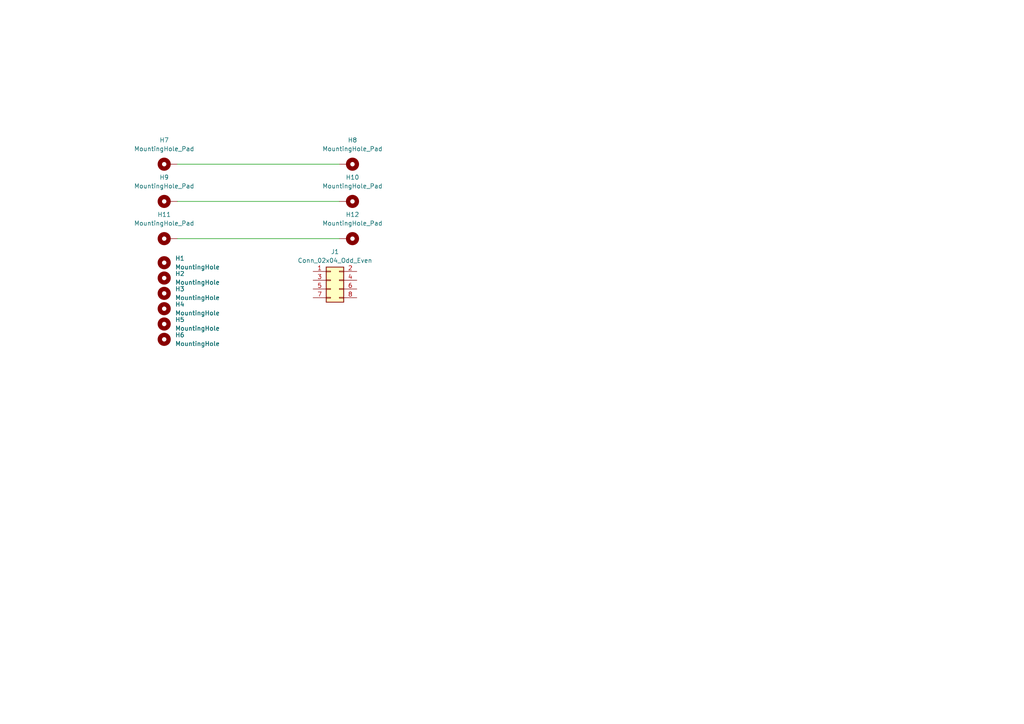
<source format=kicad_sch>
(kicad_sch (version 20231120) (generator "eeschema") (generator_version "8.0")
  (paper "A4")
  (lib_symbols
    (symbol "Connector_Generic:Conn_02x04_Odd_Even" (pin_names (offset 1.016) hide)
      (property "Reference" "J" (at 1.27 5.08 0))
      (property "Value" "Conn_02x04_Odd_Even" (at 1.27 -7.62 0))
      (symbol "Conn_02x04_Odd_Even_1_1"
        (rectangle (start -1.27 -4.953) (end 0 -5.207) (stroke (width 0.1524)))
        (rectangle (start -1.27 -2.413) (end 0 -2.667) (stroke (width 0.1524)))
        (rectangle (start -1.27 0.127) (end 0 -0.127) (stroke (width 0.1524)))
        (rectangle (start -1.27 2.667) (end 0 2.413) (stroke (width 0.1524)))
        (rectangle (start -1.27 3.81) (end 3.81 -6.35) (stroke (width 0.254)) (fill (type background)))
        (rectangle (start 3.81 -4.953) (end 2.54 -5.207) (stroke (width 0.1524)))
        (rectangle (start 3.81 -2.413) (end 2.54 -2.667) (stroke (width 0.1524)))
        (rectangle (start 3.81 0.127) (end 2.54 -0.127) (stroke (width 0.1524)))
        (rectangle (start 3.81 2.667) (end 2.54 2.413) (stroke (width 0.1524)))
        (pin passive line (at -5.08 2.54 0) (length 3.81) (name "Pin_1") (number "1"))
        (pin passive line (at 7.62 2.54 180) (length 3.81) (name "Pin_2") (number "2"))
        (pin passive line (at -5.08 0 0) (length 3.81) (name "Pin_3") (number "3"))
        (pin passive line (at 7.62 0 180) (length 3.81) (name "Pin_4") (number "4"))
        (pin passive line (at -5.08 -2.54 0) (length 3.81) (name "Pin_5") (number "5"))
        (pin passive line (at 7.62 -2.54 180) (length 3.81) (name "Pin_6") (number "6"))
        (pin passive line (at -5.08 -5.08 0) (length 3.81) (name "Pin_7") (number "7"))
        (pin passive line (at 7.62 -5.08 180) (length 3.81) (name "Pin_8") (number "8"))
      )
    )
    (symbol "Mechanical:MountingHole" (pin_names (offset 1.016)) (exclude_from_sim yes) (in_bom no)
      (property "Reference" "H" (at 0 5.08 0))
      (property "Value" "MountingHole" (at 0 3.175 0))
      (symbol "MountingHole_0_1"
        (circle (center 0 0) (radius 1.27) (stroke (width 1.27)))
      )
    )
    (symbol "Mechanical:MountingHole_Pad" (pin_numbers hide) (pin_names (offset 1.016) hide) (exclude_from_sim yes) (in_bom no)
      (property "Reference" "H" (at 0 6.35 0))
      (property "Value" "MountingHole_Pad" (at 0 4.445 0))
      (symbol "MountingHole_Pad_0_1"
        (circle (center 0 1.27) (radius 1.27) (stroke (width 1.27)))
      )
      (symbol "MountingHole_Pad_1_1"
        (pin input line (at 0 -2.54 90) (length 2.54) (name "1") (number "1"))
      )
    )
  )
  (wire (pts (xy 51.435 47.625) (xy 98.425 47.625)))
  (wire (pts (xy 51.435 58.42) (xy 98.425 58.42)))
  (wire (pts (xy 51.435 69.215) (xy 98.425 69.215)))
  (symbol (lib_id "Mechanical:MountingHole") (at 47.625 85.09 0) (unit 1) (exclude_from_sim yes) (in_bom no)
    (property "Reference" "H3" (at 50.8 83.8199 0) (effects (justify left)))
    (property "Value" "MountingHole" (at 50.8 86.3599 0) (effects (justify left)))
    (property "Footprint" "MountingHole:MountingHole_3.2mm_M3" (effects (hide yes)))
    (property "Description" "Mounting Hole without connection" (effects (hide yes)))
  )
  (symbol (lib_id "Mechanical:MountingHole") (at 47.625 93.98 0) (unit 1) (exclude_from_sim yes) (in_bom no)
    (property "Reference" "H5" (at 50.8 92.7099 0) (effects (justify left)))
    (property "Value" "MountingHole" (at 50.8 95.2499 0) (effects (justify left)))
    (property "Footprint" "MountingHole:MountingHole_3.2mm_M3" (effects (hide yes)))
    (property "Description" "Mounting Hole without connection" (effects (hide yes)))
  )
  (symbol (lib_id "Mechanical:MountingHole") (at 47.625 80.645 0) (unit 1) (exclude_from_sim yes) (in_bom no)
    (property "Reference" "H2" (at 50.8 79.3749 0) (effects (justify left)))
    (property "Value" "MountingHole" (at 50.8 81.9149 0) (effects (justify left)))
    (property "Footprint" "MountingHole:MountingHole_3.2mm_M3" (effects (hide yes)))
    (property "Description" "Mounting Hole without connection" (effects (hide yes)))
  )
  (symbol (lib_id "Mechanical:MountingHole") (at 47.625 89.535 0) (unit 1) (exclude_from_sim yes) (in_bom no)
    (property "Reference" "H4" (at 50.8 88.2649 0) (effects (justify left)))
    (property "Value" "MountingHole" (at 50.8 90.8049 0) (effects (justify left)))
    (property "Footprint" "MountingHole:MountingHole_3.2mm_M3" (effects (hide yes)))
    (property "Description" "Mounting Hole without connection" (effects (hide yes)))
  )
  (symbol (lib_id "Mechanical:MountingHole") (at 47.625 76.2 0) (unit 1) (exclude_from_sim yes) (in_bom no)
    (property "Reference" "H1" (at 50.8 74.9299 0) (effects (justify left)))
    (property "Value" "MountingHole" (at 50.8 77.4699 0) (effects (justify left)))
    (property "Footprint" "MountingHole:MountingHole_3.2mm_M3" (effects (hide yes)))
    (property "Description" "Mounting Hole without connection" (effects (hide yes)))
  )
  (symbol (lib_id "Mechanical:MountingHole_Pad") (at 100.965 58.42 270) (mirror x) (unit 1) (exclude_from_sim yes) (in_bom no)
    (property "Reference" "H10" (at 102.235 51.435 90))
    (property "Value" "MountingHole_Pad" (at 102.235 53.975 90))
    (property "Footprint" "MountingHole:MountingHole_5.3mm_M5_DIN965_Pad" (effects (hide yes)))
    (property "Description" "Mounting Hole with connection" (effects (hide yes)))
  )
  (symbol (lib_id "Mechanical:MountingHole_Pad") (at 48.895 69.215 90) (unit 1) (exclude_from_sim yes) (in_bom no)
    (property "Reference" "H11" (at 47.625 62.23 90))
    (property "Value" "MountingHole_Pad" (at 47.625 64.77 90))
    (property "Footprint" "MountingHole:MountingHole_5.3mm_M5_DIN965_Pad" (effects (hide yes)))
    (property "Description" "Mounting Hole with connection" (effects (hide yes)))
  )
  (symbol (lib_id "Connector_Generic:Conn_02x04_Odd_Even") (at 95.885 81.28 0) (unit 1)
    (property "Reference" "J1" (at 97.155 73.025 0))
    (property "Value" "Conn_02x04_Odd_Even" (at 97.155 75.565 0))
    (property "Footprint" "009159008603906:009159008603906" (effects (hide yes)))
    (property "Description" "Generic connector, double row, 02x04, odd/even pin numbering scheme (row 1 odd numbers, row 2 even numbers), script generated (kicad-library-utils/schlib/autogen/connector/)" (effects (hide yes)))
  )
  (symbol (lib_id "Mechanical:MountingHole_Pad") (at 48.895 47.625 90) (unit 1) (exclude_from_sim yes) (in_bom no)
    (property "Reference" "H7" (at 47.625 40.64 90))
    (property "Value" "MountingHole_Pad" (at 47.625 43.18 90))
    (property "Footprint" "MountingHole:MountingHole_5.3mm_M5_DIN965_Pad" (effects (hide yes)))
    (property "Description" "Mounting Hole with connection" (effects (hide yes)))
  )
  (symbol (lib_id "Mechanical:MountingHole_Pad") (at 48.895 58.42 90) (unit 1) (exclude_from_sim yes) (in_bom no)
    (property "Reference" "H9" (at 47.625 51.435 90))
    (property "Value" "MountingHole_Pad" (at 47.625 53.975 90))
    (property "Footprint" "MountingHole:MountingHole_5.3mm_M5_DIN965_Pad" (effects (hide yes)))
    (property "Description" "Mounting Hole with connection" (effects (hide yes)))
  )
  (symbol (lib_id "Mechanical:MountingHole_Pad") (at 100.965 69.215 270) (mirror x) (unit 1) (exclude_from_sim yes) (in_bom no)
    (property "Reference" "H12" (at 102.235 62.23 90))
    (property "Value" "MountingHole_Pad" (at 102.235 64.77 90))
    (property "Footprint" "MountingHole:MountingHole_5.3mm_M5_DIN965_Pad" (effects (hide yes)))
    (property "Description" "Mounting Hole with connection" (effects (hide yes)))
  )
  (symbol (lib_id "Mechanical:MountingHole") (at 47.625 98.425 0) (unit 1) (exclude_from_sim yes) (in_bom no)
    (property "Reference" "H6" (at 50.8 97.1549 0) (effects (justify left)))
    (property "Value" "MountingHole" (at 50.8 99.6949 0) (effects (justify left)))
    (property "Footprint" "MountingHole:MountingHole_3.2mm_M3" (effects (hide yes)))
    (property "Description" "Mounting Hole without connection" (effects (hide yes)))
  )
  (symbol (lib_id "Mechanical:MountingHole_Pad") (at 100.965 47.625 270) (mirror x) (unit 1) (exclude_from_sim yes) (in_bom no)
    (property "Reference" "H8" (at 102.235 40.64 90))
    (property "Value" "MountingHole_Pad" (at 102.235 43.18 90))
    (property "Footprint" "MountingHole:MountingHole_5.3mm_M5_DIN965_Pad" (effects (hide yes)))
    (property "Description" "Mounting Hole with connection" (effects (hide yes)))
  )
)
</source>
